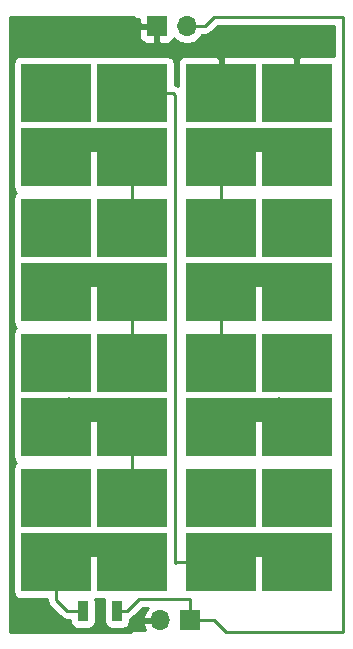
<source format=gbr>
G04 #@! TF.FileFunction,Copper,L1,Top,Signal*
%FSLAX46Y46*%
G04 Gerber Fmt 4.6, Leading zero omitted, Abs format (unit mm)*
G04 Created by KiCad (PCBNEW 4.0.5) date 04/17/17 16:53:41*
%MOMM*%
%LPD*%
G01*
G04 APERTURE LIST*
%ADD10C,0.100000*%
%ADD11R,1.700000X1.700000*%
%ADD12O,1.700000X1.700000*%
%ADD13R,0.900000X1.700000*%
%ADD14C,0.254000*%
%ADD15R,6.000000X5.000000*%
%ADD16R,0.900000X1.910000*%
%ADD17R,0.900000X1.730000*%
%ADD18R,1.440000X2.110000*%
%ADD19C,0.250000*%
%ADD20C,0.254000*%
G04 APERTURE END LIST*
D10*
D11*
X142748000Y-92710000D03*
D12*
X145288000Y-92710000D03*
D11*
X145542000Y-143002000D03*
D12*
X143002000Y-143002000D03*
D13*
X139372000Y-142240000D03*
X136472000Y-142240000D03*
D14*
X136779000Y-110236000D03*
X136144000Y-110236000D03*
X136144000Y-110871000D03*
X136144000Y-111506000D03*
X138049000Y-110236000D03*
X138684000Y-110236000D03*
X138684000Y-110871000D03*
X138684000Y-111506000D03*
X136779000Y-110871000D03*
X136779000Y-111506000D03*
X138049000Y-110871000D03*
X138049000Y-111506000D03*
D15*
X134214000Y-109817000D03*
X140614000Y-109817000D03*
D14*
X136398000Y-114173000D03*
X136398000Y-113538000D03*
X136398000Y-112903000D03*
X136779000Y-117221000D03*
X136017000Y-117221000D03*
X136017000Y-116586000D03*
X136017000Y-115951000D03*
X136017000Y-115316000D03*
X138049000Y-117221000D03*
X138811000Y-117221000D03*
X138811000Y-116586000D03*
X138811000Y-115951000D03*
X138811000Y-115316000D03*
X138430000Y-114173000D03*
X138430000Y-113538000D03*
X138430000Y-112903000D03*
X136779000Y-116586000D03*
X136779000Y-115951000D03*
X136779000Y-115316000D03*
X138049000Y-116586000D03*
X138049000Y-115951000D03*
X138049000Y-115316000D03*
X137795000Y-114808000D03*
X137033000Y-114808000D03*
X137033000Y-114173000D03*
X137795000Y-114173000D03*
X137795000Y-113538000D03*
D16*
X138064000Y-115802000D03*
D17*
X136764000Y-111452000D03*
D18*
X137414000Y-113792000D03*
D16*
X136764000Y-115802000D03*
D14*
X137795000Y-112903000D03*
X137033000Y-112903000D03*
X137033000Y-113538000D03*
D17*
X138064000Y-111452000D03*
D15*
X140614000Y-115237000D03*
X134214000Y-115237000D03*
D14*
X136779000Y-121666000D03*
X136144000Y-121666000D03*
X136144000Y-122301000D03*
X136144000Y-122936000D03*
X138049000Y-121666000D03*
X138684000Y-121666000D03*
X138684000Y-122301000D03*
X138684000Y-122936000D03*
X136779000Y-122301000D03*
X136779000Y-122936000D03*
X138049000Y-122301000D03*
X138049000Y-122936000D03*
D15*
X134214000Y-121247000D03*
X140614000Y-121247000D03*
D14*
X136398000Y-125603000D03*
X136398000Y-124968000D03*
X136398000Y-124333000D03*
X136779000Y-128651000D03*
X136017000Y-128651000D03*
X136017000Y-128016000D03*
X136017000Y-127381000D03*
X136017000Y-126746000D03*
X138049000Y-128651000D03*
X138811000Y-128651000D03*
X138811000Y-128016000D03*
X138811000Y-127381000D03*
X138811000Y-126746000D03*
X138430000Y-125603000D03*
X138430000Y-124968000D03*
X138430000Y-124333000D03*
X136779000Y-128016000D03*
X136779000Y-127381000D03*
X136779000Y-126746000D03*
X138049000Y-128016000D03*
X138049000Y-127381000D03*
X138049000Y-126746000D03*
X137795000Y-126238000D03*
X137033000Y-126238000D03*
X137033000Y-125603000D03*
X137795000Y-125603000D03*
X137795000Y-124968000D03*
D16*
X138064000Y-127232000D03*
D17*
X136764000Y-122882000D03*
D18*
X137414000Y-125222000D03*
D16*
X136764000Y-127232000D03*
D14*
X137795000Y-124333000D03*
X137033000Y-124333000D03*
X137033000Y-124968000D03*
D17*
X138064000Y-122882000D03*
D15*
X140614000Y-126667000D03*
X134214000Y-126667000D03*
D14*
X136779000Y-133096000D03*
X136144000Y-133096000D03*
X136144000Y-133731000D03*
X136144000Y-134366000D03*
X138049000Y-133096000D03*
X138684000Y-133096000D03*
X138684000Y-133731000D03*
X138684000Y-134366000D03*
X136779000Y-133731000D03*
X136779000Y-134366000D03*
X138049000Y-133731000D03*
X138049000Y-134366000D03*
D15*
X134214000Y-132677000D03*
X140614000Y-132677000D03*
D14*
X136398000Y-137033000D03*
X136398000Y-136398000D03*
X136398000Y-135763000D03*
X136779000Y-140081000D03*
X136017000Y-140081000D03*
X136017000Y-139446000D03*
X136017000Y-138811000D03*
X136017000Y-138176000D03*
X138049000Y-140081000D03*
X138811000Y-140081000D03*
X138811000Y-139446000D03*
X138811000Y-138811000D03*
X138811000Y-138176000D03*
X138430000Y-137033000D03*
X138430000Y-136398000D03*
X138430000Y-135763000D03*
X136779000Y-139446000D03*
X136779000Y-138811000D03*
X136779000Y-138176000D03*
X138049000Y-139446000D03*
X138049000Y-138811000D03*
X138049000Y-138176000D03*
X137795000Y-137668000D03*
X137033000Y-137668000D03*
X137033000Y-137033000D03*
X137795000Y-137033000D03*
X137795000Y-136398000D03*
D16*
X138064000Y-138662000D03*
D17*
X136764000Y-134312000D03*
D18*
X137414000Y-136652000D03*
D16*
X136764000Y-138662000D03*
D14*
X137795000Y-135763000D03*
X137033000Y-135763000D03*
X137033000Y-136398000D03*
D17*
X138064000Y-134312000D03*
D15*
X140614000Y-138097000D03*
X134214000Y-138097000D03*
D14*
X136779000Y-98806000D03*
X136144000Y-98806000D03*
X136144000Y-99441000D03*
X136144000Y-100076000D03*
X138049000Y-98806000D03*
X138684000Y-98806000D03*
X138684000Y-99441000D03*
X138684000Y-100076000D03*
X136779000Y-99441000D03*
X136779000Y-100076000D03*
X138049000Y-99441000D03*
X138049000Y-100076000D03*
D15*
X134214000Y-98387000D03*
X140614000Y-98387000D03*
D14*
X136398000Y-102743000D03*
X136398000Y-102108000D03*
X136398000Y-101473000D03*
X136779000Y-105791000D03*
X136017000Y-105791000D03*
X136017000Y-105156000D03*
X136017000Y-104521000D03*
X136017000Y-103886000D03*
X138049000Y-105791000D03*
X138811000Y-105791000D03*
X138811000Y-105156000D03*
X138811000Y-104521000D03*
X138811000Y-103886000D03*
X138430000Y-102743000D03*
X138430000Y-102108000D03*
X138430000Y-101473000D03*
X136779000Y-105156000D03*
X136779000Y-104521000D03*
X136779000Y-103886000D03*
X138049000Y-105156000D03*
X138049000Y-104521000D03*
X138049000Y-103886000D03*
X137795000Y-103378000D03*
X137033000Y-103378000D03*
X137033000Y-102743000D03*
X137795000Y-102743000D03*
X137795000Y-102108000D03*
D16*
X138064000Y-104372000D03*
D17*
X136764000Y-100022000D03*
D18*
X137414000Y-102362000D03*
D16*
X136764000Y-104372000D03*
D14*
X137795000Y-101473000D03*
X137033000Y-101473000D03*
X137033000Y-102108000D03*
D17*
X138064000Y-100022000D03*
D15*
X140614000Y-103807000D03*
X134214000Y-103807000D03*
D14*
X150749000Y-98806000D03*
X150114000Y-98806000D03*
X150114000Y-99441000D03*
X150114000Y-100076000D03*
X152019000Y-98806000D03*
X152654000Y-98806000D03*
X152654000Y-99441000D03*
X152654000Y-100076000D03*
X150749000Y-99441000D03*
X150749000Y-100076000D03*
X152019000Y-99441000D03*
X152019000Y-100076000D03*
D15*
X148184000Y-98387000D03*
X154584000Y-98387000D03*
D14*
X150368000Y-102743000D03*
X150368000Y-102108000D03*
X150368000Y-101473000D03*
X150749000Y-105791000D03*
X149987000Y-105791000D03*
X149987000Y-105156000D03*
X149987000Y-104521000D03*
X149987000Y-103886000D03*
X152019000Y-105791000D03*
X152781000Y-105791000D03*
X152781000Y-105156000D03*
X152781000Y-104521000D03*
X152781000Y-103886000D03*
X152400000Y-102743000D03*
X152400000Y-102108000D03*
X152400000Y-101473000D03*
X150749000Y-105156000D03*
X150749000Y-104521000D03*
X150749000Y-103886000D03*
X152019000Y-105156000D03*
X152019000Y-104521000D03*
X152019000Y-103886000D03*
X151765000Y-103378000D03*
X151003000Y-103378000D03*
X151003000Y-102743000D03*
X151765000Y-102743000D03*
X151765000Y-102108000D03*
D16*
X152034000Y-104372000D03*
D17*
X150734000Y-100022000D03*
D18*
X151384000Y-102362000D03*
D16*
X150734000Y-104372000D03*
D14*
X151765000Y-101473000D03*
X151003000Y-101473000D03*
X151003000Y-102108000D03*
D17*
X152034000Y-100022000D03*
D15*
X154584000Y-103807000D03*
X148184000Y-103807000D03*
D14*
X150749000Y-110236000D03*
X150114000Y-110236000D03*
X150114000Y-110871000D03*
X150114000Y-111506000D03*
X152019000Y-110236000D03*
X152654000Y-110236000D03*
X152654000Y-110871000D03*
X152654000Y-111506000D03*
X150749000Y-110871000D03*
X150749000Y-111506000D03*
X152019000Y-110871000D03*
X152019000Y-111506000D03*
D15*
X148184000Y-109817000D03*
X154584000Y-109817000D03*
D14*
X150368000Y-114173000D03*
X150368000Y-113538000D03*
X150368000Y-112903000D03*
X150749000Y-117221000D03*
X149987000Y-117221000D03*
X149987000Y-116586000D03*
X149987000Y-115951000D03*
X149987000Y-115316000D03*
X152019000Y-117221000D03*
X152781000Y-117221000D03*
X152781000Y-116586000D03*
X152781000Y-115951000D03*
X152781000Y-115316000D03*
X152400000Y-114173000D03*
X152400000Y-113538000D03*
X152400000Y-112903000D03*
X150749000Y-116586000D03*
X150749000Y-115951000D03*
X150749000Y-115316000D03*
X152019000Y-116586000D03*
X152019000Y-115951000D03*
X152019000Y-115316000D03*
X151765000Y-114808000D03*
X151003000Y-114808000D03*
X151003000Y-114173000D03*
X151765000Y-114173000D03*
X151765000Y-113538000D03*
D16*
X152034000Y-115802000D03*
D17*
X150734000Y-111452000D03*
D18*
X151384000Y-113792000D03*
D16*
X150734000Y-115802000D03*
D14*
X151765000Y-112903000D03*
X151003000Y-112903000D03*
X151003000Y-113538000D03*
D17*
X152034000Y-111452000D03*
D15*
X154584000Y-115237000D03*
X148184000Y-115237000D03*
D14*
X150749000Y-121666000D03*
X150114000Y-121666000D03*
X150114000Y-122301000D03*
X150114000Y-122936000D03*
X152019000Y-121666000D03*
X152654000Y-121666000D03*
X152654000Y-122301000D03*
X152654000Y-122936000D03*
X150749000Y-122301000D03*
X150749000Y-122936000D03*
X152019000Y-122301000D03*
X152019000Y-122936000D03*
D15*
X148184000Y-121247000D03*
X154584000Y-121247000D03*
D14*
X150368000Y-125603000D03*
X150368000Y-124968000D03*
X150368000Y-124333000D03*
X150749000Y-128651000D03*
X149987000Y-128651000D03*
X149987000Y-128016000D03*
X149987000Y-127381000D03*
X149987000Y-126746000D03*
X152019000Y-128651000D03*
X152781000Y-128651000D03*
X152781000Y-128016000D03*
X152781000Y-127381000D03*
X152781000Y-126746000D03*
X152400000Y-125603000D03*
X152400000Y-124968000D03*
X152400000Y-124333000D03*
X150749000Y-128016000D03*
X150749000Y-127381000D03*
X150749000Y-126746000D03*
X152019000Y-128016000D03*
X152019000Y-127381000D03*
X152019000Y-126746000D03*
X151765000Y-126238000D03*
X151003000Y-126238000D03*
X151003000Y-125603000D03*
X151765000Y-125603000D03*
X151765000Y-124968000D03*
D16*
X152034000Y-127232000D03*
D17*
X150734000Y-122882000D03*
D18*
X151384000Y-125222000D03*
D16*
X150734000Y-127232000D03*
D14*
X151765000Y-124333000D03*
X151003000Y-124333000D03*
X151003000Y-124968000D03*
D17*
X152034000Y-122882000D03*
D15*
X154584000Y-126667000D03*
X148184000Y-126667000D03*
D14*
X150749000Y-133096000D03*
X150114000Y-133096000D03*
X150114000Y-133731000D03*
X150114000Y-134366000D03*
X152019000Y-133096000D03*
X152654000Y-133096000D03*
X152654000Y-133731000D03*
X152654000Y-134366000D03*
X150749000Y-133731000D03*
X150749000Y-134366000D03*
X152019000Y-133731000D03*
X152019000Y-134366000D03*
D15*
X148184000Y-132677000D03*
X154584000Y-132677000D03*
D14*
X150368000Y-137033000D03*
X150368000Y-136398000D03*
X150368000Y-135763000D03*
X150749000Y-140081000D03*
X149987000Y-140081000D03*
X149987000Y-139446000D03*
X149987000Y-138811000D03*
X149987000Y-138176000D03*
X152019000Y-140081000D03*
X152781000Y-140081000D03*
X152781000Y-139446000D03*
X152781000Y-138811000D03*
X152781000Y-138176000D03*
X152400000Y-137033000D03*
X152400000Y-136398000D03*
X152400000Y-135763000D03*
X150749000Y-139446000D03*
X150749000Y-138811000D03*
X150749000Y-138176000D03*
X152019000Y-139446000D03*
X152019000Y-138811000D03*
X152019000Y-138176000D03*
X151765000Y-137668000D03*
X151003000Y-137668000D03*
X151003000Y-137033000D03*
X151765000Y-137033000D03*
X151765000Y-136398000D03*
D16*
X152034000Y-138662000D03*
D17*
X150734000Y-134312000D03*
D18*
X151384000Y-136652000D03*
D16*
X150734000Y-138662000D03*
D14*
X151765000Y-135763000D03*
X151003000Y-135763000D03*
X151003000Y-136398000D03*
D17*
X152034000Y-134312000D03*
D15*
X154584000Y-138097000D03*
X148184000Y-138097000D03*
D19*
X143002000Y-143002000D02*
X141478000Y-143002000D01*
X141478000Y-92710000D02*
X142748000Y-92710000D01*
X140716000Y-91948000D02*
X141478000Y-92710000D01*
X130302000Y-91948000D02*
X140716000Y-91948000D01*
X130302000Y-144018000D02*
X130302000Y-91948000D01*
X140462000Y-144018000D02*
X130302000Y-144018000D01*
X141478000Y-143002000D02*
X140462000Y-144018000D01*
X142748000Y-92710000D02*
X142748000Y-95250000D01*
X148082000Y-95504000D02*
X148082000Y-98285000D01*
X147828000Y-95250000D02*
X148082000Y-95504000D01*
X142748000Y-95250000D02*
X147828000Y-95250000D01*
X148082000Y-98285000D02*
X148184000Y-98387000D01*
X136472000Y-142240000D02*
X135128000Y-142240000D01*
X134214000Y-141326000D02*
X134214000Y-138097000D01*
X135128000Y-142240000D02*
X134214000Y-141326000D01*
X134366000Y-138249000D02*
X134214000Y-138097000D01*
X134694000Y-136401000D02*
X135214000Y-135881000D01*
X145542000Y-143002000D02*
X147574000Y-143002000D01*
X146812000Y-92710000D02*
X145288000Y-92710000D01*
X147574000Y-91948000D02*
X146812000Y-92710000D01*
X158496000Y-91948000D02*
X147574000Y-91948000D01*
X158496000Y-144018000D02*
X158496000Y-91948000D01*
X148590000Y-144018000D02*
X158496000Y-144018000D01*
X147574000Y-143002000D02*
X148590000Y-144018000D01*
X145542000Y-143002000D02*
X145542000Y-141224000D01*
X140208000Y-142240000D02*
X139372000Y-142240000D01*
X141224000Y-141224000D02*
X140208000Y-142240000D01*
X145542000Y-141224000D02*
X141224000Y-141224000D01*
X140614000Y-132636000D02*
X140614000Y-126667000D01*
X136764000Y-125747000D02*
X135214000Y-124197000D01*
X140614000Y-109817000D02*
X140614000Y-103807000D01*
X140614000Y-121247000D02*
X140614000Y-115237000D01*
X140614000Y-98387000D02*
X144107000Y-98387000D01*
X144351000Y-138097000D02*
X148184000Y-138097000D01*
X144272000Y-138176000D02*
X144351000Y-138097000D01*
X144272000Y-98552000D02*
X144272000Y-138176000D01*
X144107000Y-98387000D02*
X144272000Y-98552000D01*
X152580000Y-136885000D02*
X153584000Y-135881000D01*
X154686000Y-138199000D02*
X154584000Y-138097000D01*
X148184000Y-109817000D02*
X148184000Y-103807000D01*
X148184000Y-121247000D02*
X148184000Y-115237000D01*
X152034000Y-125239000D02*
X153076000Y-124197000D01*
D20*
G36*
X141263000Y-92424250D02*
X141421750Y-92583000D01*
X142621000Y-92583000D01*
X142621000Y-92563000D01*
X142875000Y-92563000D01*
X142875000Y-92583000D01*
X142895000Y-92583000D01*
X142895000Y-92837000D01*
X142875000Y-92837000D01*
X142875000Y-94036250D01*
X143033750Y-94195000D01*
X143724310Y-94195000D01*
X143957699Y-94098327D01*
X144136327Y-93919698D01*
X144208597Y-93745223D01*
X144237946Y-93789147D01*
X144719715Y-94111054D01*
X145288000Y-94224093D01*
X145856285Y-94111054D01*
X146338054Y-93789147D01*
X146551301Y-93470000D01*
X146812000Y-93470000D01*
X147102839Y-93412148D01*
X147349401Y-93247401D01*
X147888802Y-92708000D01*
X157736000Y-92708000D01*
X157736000Y-95262641D01*
X157710310Y-95252000D01*
X154869750Y-95252000D01*
X154711000Y-95410750D01*
X154711000Y-98260000D01*
X154731000Y-98260000D01*
X154731000Y-98514000D01*
X154711000Y-98514000D01*
X154711000Y-98534000D01*
X154457000Y-98534000D01*
X154457000Y-98514000D01*
X154437000Y-98514000D01*
X154437000Y-98260000D01*
X154457000Y-98260000D01*
X154457000Y-95410750D01*
X154298250Y-95252000D01*
X151457690Y-95252000D01*
X151384000Y-95282523D01*
X151310310Y-95252000D01*
X148469750Y-95252000D01*
X148311000Y-95410750D01*
X148311000Y-98260000D01*
X148331000Y-98260000D01*
X148331000Y-98514000D01*
X148311000Y-98514000D01*
X148311000Y-98534000D01*
X148057000Y-98534000D01*
X148057000Y-98514000D01*
X148037000Y-98514000D01*
X148037000Y-98260000D01*
X148057000Y-98260000D01*
X148057000Y-95410750D01*
X147898250Y-95252000D01*
X145057690Y-95252000D01*
X144824301Y-95348673D01*
X144645673Y-95527302D01*
X144549000Y-95760691D01*
X144549000Y-97785854D01*
X144397839Y-97684852D01*
X144261440Y-97657720D01*
X144261440Y-95887000D01*
X144217162Y-95651683D01*
X144078090Y-95435559D01*
X143865890Y-95290569D01*
X143614000Y-95239560D01*
X137614000Y-95239560D01*
X137406658Y-95278574D01*
X137214000Y-95239560D01*
X131214000Y-95239560D01*
X130978683Y-95283838D01*
X130762559Y-95422910D01*
X130617569Y-95635110D01*
X130566560Y-95887000D01*
X130566560Y-100887000D01*
X130607525Y-101104709D01*
X130566560Y-101307000D01*
X130566560Y-106307000D01*
X130610838Y-106542317D01*
X130749910Y-106758441D01*
X130827248Y-106811284D01*
X130762559Y-106852910D01*
X130617569Y-107065110D01*
X130566560Y-107317000D01*
X130566560Y-112317000D01*
X130607525Y-112534709D01*
X130566560Y-112737000D01*
X130566560Y-117737000D01*
X130610838Y-117972317D01*
X130749910Y-118188441D01*
X130827248Y-118241284D01*
X130762559Y-118282910D01*
X130617569Y-118495110D01*
X130566560Y-118747000D01*
X130566560Y-123747000D01*
X130607525Y-123964709D01*
X130566560Y-124167000D01*
X130566560Y-129167000D01*
X130610838Y-129402317D01*
X130749910Y-129618441D01*
X130827248Y-129671284D01*
X130762559Y-129712910D01*
X130617569Y-129925110D01*
X130566560Y-130177000D01*
X130566560Y-135177000D01*
X130607525Y-135394709D01*
X130566560Y-135597000D01*
X130566560Y-140597000D01*
X130610838Y-140832317D01*
X130749910Y-141048441D01*
X130962110Y-141193431D01*
X131214000Y-141244440D01*
X133454000Y-141244440D01*
X133454000Y-141326000D01*
X133511852Y-141616839D01*
X133676599Y-141863401D01*
X134590599Y-142777401D01*
X134837160Y-142942148D01*
X135128000Y-143000000D01*
X135374560Y-143000000D01*
X135374560Y-143090000D01*
X135418838Y-143325317D01*
X135557910Y-143541441D01*
X135770110Y-143686431D01*
X136022000Y-143737440D01*
X136922000Y-143737440D01*
X137157317Y-143693162D01*
X137373441Y-143554090D01*
X137518431Y-143341890D01*
X137569440Y-143090000D01*
X137569440Y-141390000D01*
X137539201Y-141229293D01*
X137614000Y-141244440D01*
X138304037Y-141244440D01*
X138274560Y-141390000D01*
X138274560Y-143090000D01*
X138318838Y-143325317D01*
X138457910Y-143541441D01*
X138670110Y-143686431D01*
X138922000Y-143737440D01*
X139822000Y-143737440D01*
X140057317Y-143693162D01*
X140273441Y-143554090D01*
X140418431Y-143341890D01*
X140469440Y-143090000D01*
X140469440Y-142947996D01*
X140498839Y-142942148D01*
X140745401Y-142777401D01*
X141538802Y-141984000D01*
X141956753Y-141984000D01*
X141806817Y-142120642D01*
X141560514Y-142645108D01*
X141681181Y-142875000D01*
X142875000Y-142875000D01*
X142875000Y-142855000D01*
X143129000Y-142855000D01*
X143129000Y-142875000D01*
X143149000Y-142875000D01*
X143149000Y-143129000D01*
X143129000Y-143129000D01*
X143129000Y-143149000D01*
X142875000Y-143149000D01*
X142875000Y-143129000D01*
X141681181Y-143129000D01*
X141560514Y-143358892D01*
X141775184Y-143816000D01*
X130504000Y-143816000D01*
X130504000Y-92995750D01*
X141263000Y-92995750D01*
X141263000Y-93686309D01*
X141359673Y-93919698D01*
X141538301Y-94098327D01*
X141771690Y-94195000D01*
X142462250Y-94195000D01*
X142621000Y-94036250D01*
X142621000Y-92837000D01*
X141421750Y-92837000D01*
X141263000Y-92995750D01*
X130504000Y-92995750D01*
X130504000Y-92150000D01*
X141263000Y-92150000D01*
X141263000Y-92424250D01*
X141263000Y-92424250D01*
G37*
X141263000Y-92424250D02*
X141421750Y-92583000D01*
X142621000Y-92583000D01*
X142621000Y-92563000D01*
X142875000Y-92563000D01*
X142875000Y-92583000D01*
X142895000Y-92583000D01*
X142895000Y-92837000D01*
X142875000Y-92837000D01*
X142875000Y-94036250D01*
X143033750Y-94195000D01*
X143724310Y-94195000D01*
X143957699Y-94098327D01*
X144136327Y-93919698D01*
X144208597Y-93745223D01*
X144237946Y-93789147D01*
X144719715Y-94111054D01*
X145288000Y-94224093D01*
X145856285Y-94111054D01*
X146338054Y-93789147D01*
X146551301Y-93470000D01*
X146812000Y-93470000D01*
X147102839Y-93412148D01*
X147349401Y-93247401D01*
X147888802Y-92708000D01*
X157736000Y-92708000D01*
X157736000Y-95262641D01*
X157710310Y-95252000D01*
X154869750Y-95252000D01*
X154711000Y-95410750D01*
X154711000Y-98260000D01*
X154731000Y-98260000D01*
X154731000Y-98514000D01*
X154711000Y-98514000D01*
X154711000Y-98534000D01*
X154457000Y-98534000D01*
X154457000Y-98514000D01*
X154437000Y-98514000D01*
X154437000Y-98260000D01*
X154457000Y-98260000D01*
X154457000Y-95410750D01*
X154298250Y-95252000D01*
X151457690Y-95252000D01*
X151384000Y-95282523D01*
X151310310Y-95252000D01*
X148469750Y-95252000D01*
X148311000Y-95410750D01*
X148311000Y-98260000D01*
X148331000Y-98260000D01*
X148331000Y-98514000D01*
X148311000Y-98514000D01*
X148311000Y-98534000D01*
X148057000Y-98534000D01*
X148057000Y-98514000D01*
X148037000Y-98514000D01*
X148037000Y-98260000D01*
X148057000Y-98260000D01*
X148057000Y-95410750D01*
X147898250Y-95252000D01*
X145057690Y-95252000D01*
X144824301Y-95348673D01*
X144645673Y-95527302D01*
X144549000Y-95760691D01*
X144549000Y-97785854D01*
X144397839Y-97684852D01*
X144261440Y-97657720D01*
X144261440Y-95887000D01*
X144217162Y-95651683D01*
X144078090Y-95435559D01*
X143865890Y-95290569D01*
X143614000Y-95239560D01*
X137614000Y-95239560D01*
X137406658Y-95278574D01*
X137214000Y-95239560D01*
X131214000Y-95239560D01*
X130978683Y-95283838D01*
X130762559Y-95422910D01*
X130617569Y-95635110D01*
X130566560Y-95887000D01*
X130566560Y-100887000D01*
X130607525Y-101104709D01*
X130566560Y-101307000D01*
X130566560Y-106307000D01*
X130610838Y-106542317D01*
X130749910Y-106758441D01*
X130827248Y-106811284D01*
X130762559Y-106852910D01*
X130617569Y-107065110D01*
X130566560Y-107317000D01*
X130566560Y-112317000D01*
X130607525Y-112534709D01*
X130566560Y-112737000D01*
X130566560Y-117737000D01*
X130610838Y-117972317D01*
X130749910Y-118188441D01*
X130827248Y-118241284D01*
X130762559Y-118282910D01*
X130617569Y-118495110D01*
X130566560Y-118747000D01*
X130566560Y-123747000D01*
X130607525Y-123964709D01*
X130566560Y-124167000D01*
X130566560Y-129167000D01*
X130610838Y-129402317D01*
X130749910Y-129618441D01*
X130827248Y-129671284D01*
X130762559Y-129712910D01*
X130617569Y-129925110D01*
X130566560Y-130177000D01*
X130566560Y-135177000D01*
X130607525Y-135394709D01*
X130566560Y-135597000D01*
X130566560Y-140597000D01*
X130610838Y-140832317D01*
X130749910Y-141048441D01*
X130962110Y-141193431D01*
X131214000Y-141244440D01*
X133454000Y-141244440D01*
X133454000Y-141326000D01*
X133511852Y-141616839D01*
X133676599Y-141863401D01*
X134590599Y-142777401D01*
X134837160Y-142942148D01*
X135128000Y-143000000D01*
X135374560Y-143000000D01*
X135374560Y-143090000D01*
X135418838Y-143325317D01*
X135557910Y-143541441D01*
X135770110Y-143686431D01*
X136022000Y-143737440D01*
X136922000Y-143737440D01*
X137157317Y-143693162D01*
X137373441Y-143554090D01*
X137518431Y-143341890D01*
X137569440Y-143090000D01*
X137569440Y-141390000D01*
X137539201Y-141229293D01*
X137614000Y-141244440D01*
X138304037Y-141244440D01*
X138274560Y-141390000D01*
X138274560Y-143090000D01*
X138318838Y-143325317D01*
X138457910Y-143541441D01*
X138670110Y-143686431D01*
X138922000Y-143737440D01*
X139822000Y-143737440D01*
X140057317Y-143693162D01*
X140273441Y-143554090D01*
X140418431Y-143341890D01*
X140469440Y-143090000D01*
X140469440Y-142947996D01*
X140498839Y-142942148D01*
X140745401Y-142777401D01*
X141538802Y-141984000D01*
X141956753Y-141984000D01*
X141806817Y-142120642D01*
X141560514Y-142645108D01*
X141681181Y-142875000D01*
X142875000Y-142875000D01*
X142875000Y-142855000D01*
X143129000Y-142855000D01*
X143129000Y-142875000D01*
X143149000Y-142875000D01*
X143149000Y-143129000D01*
X143129000Y-143129000D01*
X143129000Y-143149000D01*
X142875000Y-143149000D01*
X142875000Y-143129000D01*
X141681181Y-143129000D01*
X141560514Y-143358892D01*
X141775184Y-143816000D01*
X130504000Y-143816000D01*
X130504000Y-92995750D01*
X141263000Y-92995750D01*
X141263000Y-93686309D01*
X141359673Y-93919698D01*
X141538301Y-94098327D01*
X141771690Y-94195000D01*
X142462250Y-94195000D01*
X142621000Y-94036250D01*
X142621000Y-92837000D01*
X141421750Y-92837000D01*
X141263000Y-92995750D01*
X130504000Y-92995750D01*
X130504000Y-92150000D01*
X141263000Y-92150000D01*
X141263000Y-92424250D01*
M02*

</source>
